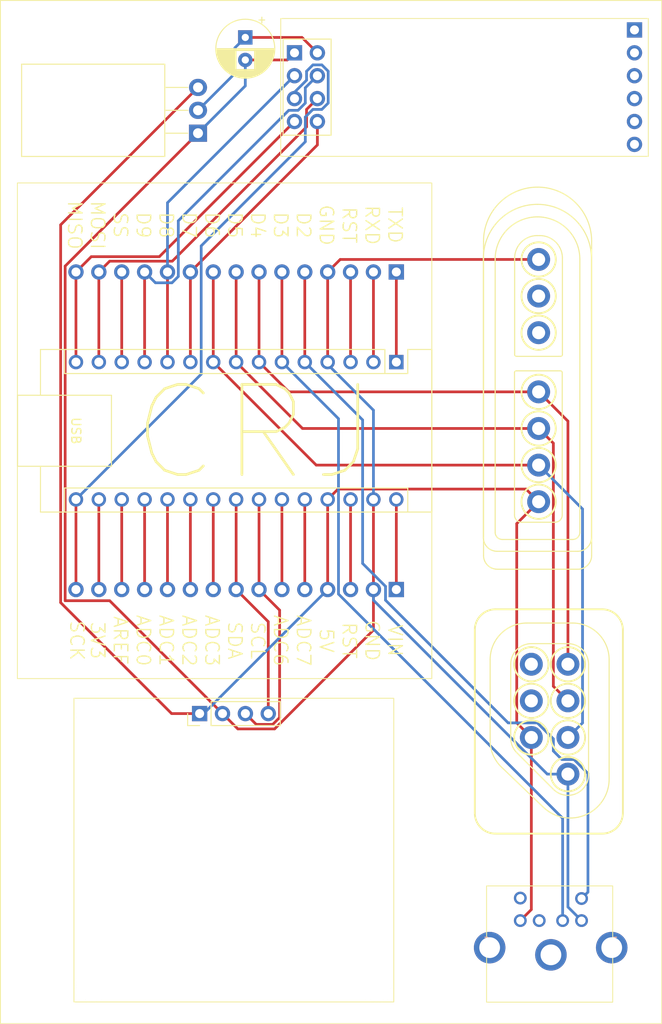
<source format=kicad_pcb>
(kicad_pcb (version 20240108) (generator "pcbnew") (generator_version "8.0")
  (layers (0 "F.Cu" signal) (31 "B.Cu" signal) (34 "B.Paste" user) (35 "F.Paste" user) (36 "B.SilkS" user "B.Silkscreen") (37 "F.SilkS" user "F.Silkscreen") (38 "B.Mask" user) (39 "F.Mask" user) (44 "Edge.Cuts" user))
  (net 0 "")
  (net 1 "Net-(A1-D5)")
  (net 2 "unconnected-(A1-D1{slash}TX-Pad1)")
  (net 3 "unconnected-(A1-VIN-Pad30)")
  (net 4 "unconnected-(A1-3V3-Pad17)")
  (net 5 "unconnected-(A1-A7-Pad26)")
  (net 6 "unconnected-(A1-AREF-Pad18)")
  (net 7 "unconnected-(A1-A3-Pad22)")
  (net 8 "unconnected-(A1-~{RESET}-Pad28)")
  (net 9 "unconnected-(A1-A1-Pad20)")
  (net 10 "unconnected-(A1-D0{slash}RX-Pad2)")
  (net 11 "unconnected-(A1-D10-Pad13)")
  (net 12 "unconnected-(A1-~{RESET}-Pad3)")
  (net 13 "Net-(3v3_regulator1-GND)")
  (net 14 "Net-(A1-D4)")
  (net 15 "unconnected-(A1-A2-Pad21)")
  (net 16 "unconnected-(A1-A6-Pad25)")
  (net 17 "Net-(A1-D6)")
  (net 18 "unconnected-(A1-A0-Pad19)")
  (net 19 "Net-(A1-D9)")
  (net 20 "Net-(A1-D7)")
  (net 21 "Net-(A1-A4)")
  (net 22 "Net-(A1-D8)")
  (net 23 "Net-(A1-D13)")
  (net 24 "Net-(A1-D12)")
  (net 25 "Net-(A1-D11)")
  (net 26 "Net-(A1-A5)")
  (net 27 "Net-(3v3_regulator1-VO)")
  (net 28 "Net-(3v3_regulator1-VI)")
  (net 29 "Net-(A1-D2)")
  (net 30 "Net-(A1-D3)")
  (footprint "Footprints_cez:1.3inch Oled screen" (layer "F.Cu") (at 124.814 98.614)
    (property "Reference" "Oled_screen1" (hide yes))
    (property "Value" "~")
    (pad "" np_thru_hole circle (at -16.002 8.128) (size 3.2 3.2) (drill 3.2) (layers "*.Cu" "*.Mask"))
    (pad "" np_thru_hole circle (at -16.002 38) (size 3.2 3.2) (drill 3.2) (layers "*.Cu" "*.Mask"))
    (pad "" np_thru_hole circle (at 15.748 8) (size 3.2 3.2) (drill 3.2) (layers "*.Cu" "*.Mask"))
    (pad "" np_thru_hole circle (at 15.748 38) (size 3.2 3.2) (drill 3.2) (layers "*.Cu" "*.Mask"))
    (pad "1" thru_hole rect (at -3.9 7.7 90) (size 1.7 1.7) (drill 1) (layers "*.Cu" "*.Mask") (net 28 "Net-(3v3_regulator1-VI)"))
    (pad "2" thru_hole oval (at -1.36 7.7 90) (size 1.7 1.7) (drill 1) (layers "*.Cu" "*.Mask") (net 13 "Net-(3v3_regulator1-GND)"))
    (pad "3" thru_hole oval (at 1.18 7.7 90) (size 1.7 1.7) (drill 1) (layers "*.Cu" "*.Mask") (net 26 "Net-(A1-A5)"))
    (pad "4" thru_hole oval (at 3.72 7.7 90) (size 1.7 1.7) (drill 1) (layers "*.Cu" "*.Mask") (net 21 "Net-(A1-A4)"))
  )
  (footprint "Footprints_cez:nes_controller" (layer "F.Cu") (at 169.234 106.338 -90)
    (property "Reference" "Nes1" (hide yes))
    (property "Value" "~" (hide yes))
    (pad "1" thru_hole circle (at 2.628 11.5 270) (size 2.54 2.54) (drill 1.4478) (layers "*.Cu" "*.Mask") (net 28 "Net-(3v3_regulator1-VI)"))
    (pad "2" thru_hole circle (at 2.628 7.436 270) (size 2.54 2.54) (drill 1.4478) (layers "*.Cu" "*.Mask") (net 17 "Net-(A1-D6)"))
    (pad "3" thru_hole circle (at -1.436 7.436 270) (size 2.54 2.54) (drill 1.4478) (layers "*.Cu" "*.Mask") (net 1 "Net-(A1-D5)"))
    (pad "4" thru_hole circle (at -5.5 7.436 270) (size 2.54 2.54) (drill 1.4478) (layers "*.Cu" "*.Mask") (net 14 "Net-(A1-D4)"))
    (pad "5" thru_hole circle (at -1.436 11.5 270) (size 2.54 2.54) (drill 1.4478) (layers "*.Cu" "*.Mask"))
    (pad "6" thru_hole circle (at -5.5 11.5 270) (size 2.54 2.54) (drill 1.4478) (layers "*.Cu" "*.Mask"))
    (pad "7" thru_hole circle (at 6.692 7.436 270) (size 2.54 2.54) (drill 1.4478) (layers "*.Cu" "*.Mask") (net 13 "Net-(3v3_regulator1-GND)"))
  )
  (footprint "Footprints_cez:Arduino nano breakout" (layer "F.Cu") (at 142.748 67.31 -90)
    (property "Reference" "A1" (hide yes))
    (property "Value" "Arduino_Nano_v3.x")
    (fp_text user "VIN" (at 29.011571 1.016 -90) (layer "F.SilkS") (effects (font (size 1.5 1.5)) (justify left bottom)))
    (fp_text user "GND" (at 28.511571 3.556 -90) (layer "F.SilkS") (effects (font (size 1.5 1.5)) (justify left bottom)))
    (fp_text user "ADC3" (at 27.940143 21.336 -90) (layer "F.SilkS") (effects (font (size 1.5 1.5)) (justify left bottom)))
    (fp_text user "D3" (at -16.763857 13.716 -90) (layer "F.SilkS") (effects (font (size 1.5 1.5)) (justify left bottom)))
    (fp_text user "RST" (at 28.761571 6.096 -90) (layer "F.SilkS") (effects (font (size 1.5 1.5)) (justify left bottom)))
    (fp_text user "ADC0" (at 27.940143 28.956 -90) (layer "F.SilkS") (effects (font (size 1.5 1.5)) (justify left bottom)))
    (fp_text user "TXD" (at -17.335286 1.016 -90) (layer "F.SilkS") (effects (font (size 1.5 1.5)) (justify left bottom)))
    (fp_text user "SCK" (at 28.583 36.322 -90) (layer "F.SilkS") (effects (font (size 1.5 1.5)) (justify left bottom)))
    (fp_text user "D4" (at -16.763857 16.256 -90) (layer "F.SilkS") (effects (font (size 1.5 1.5)) (justify left bottom)))
    (fp_text user "SCL" (at 28.725857 16.256 -90) (layer "F.SilkS") (effects (font (size 1.5 1.5)) (justify left bottom)))
    (fp_text user "SDA" (at 28.690143 18.796 -90) (layer "F.SilkS") (effects (font (size 1.5 1.5)) (justify left bottom)))
    (fp_text user "5V" (at 29.440143 8.636 -90) (layer "F.SilkS") (effects (font (size 1.5 1.5)) (justify left bottom)))
    (fp_text user "GND" (at -17.585286 8.636 -90) (layer "F.SilkS") (effects (font (size 1.5 1.5)) (justify left bottom)))
    (fp_text user "D8\n" (at -16.763857 26.416 -90) (layer "F.SilkS") (effects (font (size 1.5 1.5)) (justify left bottom)))
    (fp_text user "3V3" (at 28.725857 34.036 -90) (layer "F.SilkS") (effects (font (size 1.5 1.5)) (justify left bottom)))
    (fp_text user "ADC6" (at 27.940143 13.716 -90) (layer "F.SilkS") (effects (font (size 1.5 1.5)) (justify left bottom)))
    (fp_text user "D6\n" (at -16.763857 21.336 -90) (layer "F.SilkS") (effects (font (size 1.5 1.5)) (justify left bottom)))
    (fp_text user "USB" (at 7.62 35.56 -90) (layer "F.SilkS"))
    (fp_text user "MOSI" (at -18.013858 34.036 -90) (layer "F.SilkS") (effects (font (size 1.5 1.5)) (justify left bottom)))
    (fp_text user "MISO" (at -18.013858 36.576 -90) (layer "F.SilkS") (effects (font (size 1.5 1.5)) (justify left bottom)))
    (fp_text user "D2" (at -16.763857 11.176 -90) (layer "F.SilkS") (effects (font (size 1.5 1.5)) (justify left bottom)))
    (fp_text user "ADC2" (at 27.940143 23.876 -90) (layer "F.SilkS") (effects (font (size 1.5 1.5)) (justify left bottom)))
    (fp_text user "ADC1\n" (at 27.940143 26.416 -90) (layer "F.SilkS") (effects (font (size 1.5 1.5)) (justify left bottom)))
    (fp_text user "ADC7" (at 27.940143 11.176 -90) (layer "F.SilkS") (effects (font (size 1.5 1.5)) (justify left bottom)))
    (fp_text user "D7\n" (at -16.763857 23.876 -90) (layer "F.SilkS") (effects (font (size 1.5 1.5)) (justify left bottom)))
    (fp_text user "D9\n" (at -16.763857 28.956 -90) (layer "F.SilkS") (effects (font (size 1.5 1.5)) (justify left bottom)))
    (fp_text user "AREF" (at 28.083 31.496 -90) (layer "F.SilkS") (effects (font (size 1.5 1.5)) (justify left bottom)))
    (fp_text user "RST" (at -17.335286 6.096 -90) (layer "F.SilkS") (effects (font (size 1.5 1.5)) (justify left bottom)))
    (fp_text user "SS" (at -16.728143 31.496 -90) (layer "F.SilkS") (effects (font (size 1.5 1.5)) (justify left bottom)))
    (fp_text user "RXD" (at -17.513857 3.556 -90) (layer "F.SilkS") (effects (font (size 1.5 1.5)) (justify left bottom)))
    (fp_text user "D5\n" (at -16.763857 18.796 -90) (layer "F.SilkS") (effects (font (size 1.5 1.5)) (justify left bottom)))
    (pad "1" thru_hole rect (at -9.999857 0 270) (size 1.7 1.7) (drill 1) (layers "*.Cu" "*.Mask") (net 2 "unconnected-(A1-D1{slash}TX-Pad1)"))
    (pad "1" thru_hole rect (at 0 0 270) (size 1.6 1.6) (drill 1) (layers "*.Cu" "*.Mask") (net 2 "unconnected-(A1-D1{slash}TX-Pad1)"))
    (pad "2" thru_hole oval (at -9.999857 2.54 270) (size 1.7 1.7) (drill 1) (layers "*.Cu" "*.Mask") (net 10 "unconnected-(A1-D0{slash}RX-Pad2)"))
    (pad "2" thru_hole oval (at 0 2.54 270) (size 1.6 1.6) (drill 1) (layers "*.Cu" "*.Mask") (net 10 "unconnected-(A1-D0{slash}RX-Pad2)"))
    (pad "3" thru_hole oval (at -9.999857 5.08 270) (size 1.7 1.7) (drill 1) (layers "*.Cu" "*.Mask") (net 12 "unconnected-(A1-~{RESET}-Pad3)"))
    (pad "3" thru_hole oval (at 0 5.08 270) (size 1.6 1.6) (drill 1) (layers "*.Cu" "*.Mask") (net 12 "unconnected-(A1-~{RESET}-Pad3)"))
    (pad "4" thru_hole oval (at -9.999857 7.62 270) (size 1.7 1.7) (drill 1) (layers "*.Cu" "*.Mask") (net 13 "Net-(3v3_regulator1-GND)"))
    (pad "4" thru_hole oval (at 0 7.62 270) (size 1.6 1.6) (drill 1) (layers "*.Cu" "*.Mask") (net 13 "Net-(3v3_regulator1-GND)"))
    (pad "5" thru_hole oval (at -9.999857 10.16 270) (size 1.7 1.7) (drill 1) (layers "*.Cu" "*.Mask") (net 29 "Net-(A1-D2)"))
    (pad "5" thru_hole oval (at 0 10.16 270) (size 1.6 1.6) (drill 1) (layers "*.Cu" "*.Mask") (net 29 "Net-(A1-D2)"))
    (pad "6" thru_hole oval (at -9.999857 12.7 270) (size 1.7 1.7) (drill 1) (layers "*.Cu" "*.Mask") (net 30 "Net-(A1-D3)"))
    (pad "6" thru_hole oval (at 0 12.7 270) (size 1.6 1.6) (drill 1) (layers "*.Cu" "*.Mask") (net 30 "Net-(A1-D3)"))
    (pad "7" thru_hole oval (at -9.999857 15.24 270) (size 1.7 1.7) (drill 1) (layers "*.Cu" "*.Mask") (net 14 "Net-(A1-D4)"))
    (pad "7" thru_hole oval (at 0 15.24 270) (size 1.6 1.6) (drill 1) (layers "*.Cu" "*.Mask") (net 14 "Net-(A1-D4)"))
    (pad "8" thru_hole oval (at -9.999857 17.78 270) (size 1.7 1.7) (drill 1) (layers "*.Cu" "*.Mask") (net 1 "Net-(A1-D5)"))
    (pad "8" thru_hole oval (at 0 17.78 270) (size 1.6 1.6) (drill 1) (layers "*.Cu" "*.Mask") (net 1 "Net-(A1-D5)"))
    (pad "9" thru_hole oval (at -9.999857 20.32 270) (size 1.7 1.7) (drill 1) (layers "*.Cu" "*.Mask") (net 17 "Net-(A1-D6)"))
    (pad "9" thru_hole oval (at 0 20.32 270) (size 1.6 1.6) (drill 1) (layers "*.Cu" "*.Mask") (net 17 "Net-(A1-D6)"))
    (pad "10" thru_hole oval (at -9.999857 22.86 270) (size 1.7 1.7) (drill 1) (layers "*.Cu" "*.Mask") (net 20 "Net-(A1-D7)"))
    (pad "10" thru_hole oval (at 0 22.86 270) (size 1.6 1.6) (drill 1) (layers "*.Cu" "*.Mask") (net 20 "Net-(A1-D7)"))
    (pad "11" thru_hole oval (at -9.999857 25.4 270) (size 1.7 1.7) (drill 1) (layers "*.Cu" "*.Mask") (net 22 "Net-(A1-D8)"))
    (pad "11" thru_hole oval (at 0 25.4 270) (size 1.6 1.6) (drill 1) (layers "*.Cu" "*.Mask") (net 22 "Net-(A1-D8)"))
    (pad "12" thru_hole oval (at -9.999857 27.94 270) (size 1.7 1.7) (drill 1) (layers "*.Cu" "*.Mask") (net 19 "Net-(A1-D9)"))
    (pad "12" thru_hole oval (at 0 27.94 270) (size 1.6 1.6) (drill 1) (layers "*.Cu" "*.Mask") (net 19 "Net-(A1-D9)"))
    (pad "13" thru_hole oval (at -9.999857 30.48 270) (size 1.7 1.7) (drill 1) (layers "*.Cu" "*.Mask") (net 11 "unconnected-(A1-D10-Pad13)"))
    (pad "13" thru_hole oval (at 0 30.48 270) (size 1.6 1.6) (drill 1) (layers "*.Cu" "*.Mask") (net 11 "unconnected-(A1-D10-Pad13)"))
    (pad "14" thru_hole oval (at -9.999857 33.02 270) (size 1.7 1.7) (drill 1) (layers "*.Cu" "*.Mask") (net 25 "Net-(A1-D11)"))
    (pad "14" thru_hole oval (at 0 33.02 270) (size 1.6 1.6) (drill 1) (layers "*.Cu" "*.Mask") (net 25 "Net-(A1-D11)"))
    (pad "15" thru_hole oval (at -9.999857 35.56 270) (size 1.7 1.7) (drill 1) (layers "*.Cu" "*.Mask") (net 24 "Net-(A1-D12)"))
    (pad "15" thru_hole oval (at 0 35.56 270) (size 1.6 1.6) (drill 1) (layers "*.Cu" "*.Mask") (net 24 "Net-(A1-D12)"))
    (pad "16" thru_hole oval (at 15.24 35.56 270) (size 1.6 1.6) (drill 1) (layers "*.Cu" "*.Mask") (net 23 "Net-(A1-D13)"))
    (pad "16" thru_hole oval (at 25.240143 35.56 270) (size 1.7 1.7) (drill 1) (layers "*.Cu" "*.Mask") (net 23 "Net-(A1-D13)"))
    (pad "17" thru_hole oval (at 15.24 33.02 270) (size 1.6 1.6) (drill 1) (layers "*.Cu" "*.Mask") (net 4 "unconnected-(A1-3V3-Pad17)"))
    (pad "17" thru_hole oval (at 25.240143 33.02 270) (size 1.7 1.7) (drill 1) (layers "*.Cu" "*.Mask") (net 4 "unconnected-(A1-3V3-Pad17)"))
    (pad "18" thru_hole oval (at 15.24 30.48 270) (size 1.6 1.6) (drill 1) (layers "*.Cu" "*.Mask") (net 6 "unconnected-(A1-AREF-Pad18)"))
    (pad "18" thru_hole oval (at 25.240143 30.48 270) (size 1.7 1.7) (drill 1) (layers "*.Cu" "*.Mask") (net 6 "unconnected-(A1-AREF-Pad18)"))
    (pad "19" thru_hole oval (at 15.24 27.94 270) (size 1.6 1.6) (drill 1) (layers "*.Cu" "*.Mask") (net 18 "unconnected-(A1-A0-Pad19)"))
    (pad "19" thru_hole oval (at 25.240143 27.94 270) (size 1.7 1.7) (drill 1) (layers "*.Cu" "*.Mask") (net 18 "unconnected-(A1-A0-Pad19)"))
    (pad "20" thru_hole oval (at 15.24 25.4 270) (size 1.6 1.6) (drill 1) (layers "*.Cu" "*.Mask") (net 9 "unconnected-(A1-A1-Pad20)"))
    (pad "20" thru_hole oval (at 25.240143 25.4 270) (size 1.7 1.7) (drill 1) (layers "*.Cu" "*.Mask") (net 9 "unconnected-(A1-A1-Pad20)"))
    (pad "21" thru_hole oval (at 15.24 22.86 270) (size 1.6 1.6) (drill 1) (layers "*.Cu" "*.Mask") (net 15 "unconnected-(A1-A2-Pad21)"))
    (pad "21" thru_hole oval (at 25.240143 22.86 270) (size 1.7 1.7) (drill 1) (layers "*.Cu" "*.Mask") (net 15 "unconnected-(A1-A2-Pad21)"))
    (pad "22" thru_hole oval (at 15.24 20.32 270) (size 1.6 1.6) (drill 1) (layers "*.Cu" "*.Mask") (net 7 "unconnected-(A1-A3-Pad22)"))
    (pad "22" thru_hole oval (at 25.240143 20.32 270) (size 1.7 1.7) (drill 1) (layers "*.Cu" "*.Mask") (net 7 "unconnected-(A1-A3-Pad22)"))
    (pad "23" thru_hole oval (at 15.24 17.78 270) (size 1.6 1.6) (drill 1) (layers "*.Cu" "*.Mask") (net 21 "Net-(A1-A4)"))
    (pad "23" thru_hole oval (at 25.240143 17.78 270) (size 1.7 1.7) (drill 1) (layers "*.Cu" "*.Mask") (net 21 "Net-(A1-A4)"))
    (pad "24" thru_hole oval (at 15.24 15.24 270) (size 1.6 1.6) (drill 1) (layers "*.Cu" "*.Mask") (net 26 "Net-(A1-A5)"))
    (pad "24" thru_hole oval (at 25.240143 15.24 270) (size 1.7 1.7) (drill 1) (layers "*.Cu" "*.Mask") (net 26 "Net-(A1-A5)"))
    (pad "25" thru_hole oval (at 15.24 12.7 270) (size 1.6 1.6) (drill 1) (layers "*.Cu" "*.Mask") (net 16 "unconnected-(A1-A6-Pad25)"))
    (pad "25" thru_hole oval (at 25.240143 12.7 270) (size 1.7 1.7) (drill 1) (layers "*.Cu" "*.Mask") (net 16 "unconnected-(A1-A6-Pad25)"))
    (pad "26" thru_hole oval (at 15.24 10.16 270) (size 1.6 1.6) (drill 1) (layers "*.Cu" "*.Mask") (net 5 "unconnected-(A1-A7-Pad26)"))
    (pad "26" thru_hole oval (at 25.240143 10.16 270) (size 1.7 1.7) (drill 1) (layers "*.Cu" "*.Mask") (net 5 "unconnected-(A1-A7-Pad26)"))
    (pad "27" thru_hole oval (at 15.24 7.62 270) (size 1.6 1.6) (drill 1) (layers "*.Cu" "*.Mask") (net 28 "Net-(3v3_regulator1-VI)"))
    (pad "27" thru_hole oval (at 25.240143 7.62 270) (size 1.7 1.7) (drill 1) (layers "*.Cu" "*.Mask") (net 28 "Net-(3v3_regulator1-VI)"))
    (pad "28" thru_hole oval (at 15.24 5.08 270) (size 1.6 1.6) (drill 1) (layers "*.Cu" "*.Mask") (net 8 "unconnected-(A1-~{RESET}-Pad28)"))
    (pad "28" thru_hole oval (at 25.240143 5.08 270) (size 1.7 1.7) (drill 1) (layers "*.Cu" "*.Mask") (net 8 "unconnected-(A1-~{RESET}-Pad28)"))
    (pad "29" thru_hole oval (at 15.24 2.54 270) (size 1.6 1.6) (drill 1) (layers "*.Cu" "*.Mask") (net 13 "Net-(3v3_regulator1-GND)"))
    (pad "29" thru_hole oval (at 25.240143 2.54 270) (size 1.7 1.7) (drill 1) (layers "*.Cu" "*.Mask") (net 13 "Net-(3v3_regulator1-GND)"))
    (pad "30" thru_hole oval (at 15.24 0 270) (size 1.6 1.6) (drill 1) (layers "*.Cu" "*.Mask") (net 3 "unconnected-(A1-VIN-Pad30)"))
    (pad "30" thru_hole rect (at 25.240143 0 270) (size 1.7 1.7) (drill 1) (layers "*.Cu" "*.Mask") (net 3 "unconnected-(A1-VIN-Pad30)"))
  )
  (footprint "Capacitor_THT:CP_Radial_D6.3mm_P2.50mm" (layer "F.Cu") (at 125.984 31.282 -90)
    (property "Reference" "C1" (hide yes))
    (property "Value" "C_Polarized" (hide yes))
    (pad "1" thru_hole rect (at 0 0 270) (size 1.6 1.6) (drill 0.8) (layers "*.Cu" "*.Mask") (net 27 "Net-(3v3_regulator1-VO)"))
    (pad "2" thru_hole circle (at 2.5 0 270) (size 1.6 1.6) (drill 0.8) (layers "*.Cu" "*.Mask") (net 13 "Net-(3v3_regulator1-GND)"))
  )
  (footprint "Footprints_cez:snes_controller_v2" (layer "F.Cu") (at 151.6086 70.304 90)
    (property "Reference" "Snes1" (hide yes))
    (property "Value" "~" (hide yes))
    (pad "1" thru_hole circle (at -12.5 6.936 90) (size 2.54 2.54) (drill 1.4478) (layers "*.Cu" "*.Mask") (net 28 "Net-(3v3_regulator1-VI)"))
    (pad "2" thru_hole circle (at -8.436 6.936 90) (size 2.54 2.54) (drill 1.4478) (layers "*.Cu" "*.Mask") (net 17 "Net-(A1-D6)"))
    (pad "3" thru_hole circle (at -4.372 6.936 90) (size 2.54 2.54) (drill 1.4478) (layers "*.Cu" "*.Mask") (net 1 "Net-(A1-D5)"))
    (pad "4" thru_hole circle (at -0.308 6.936 90) (size 2.54 2.54) (drill 1.4478) (layers "*.Cu" "*.Mask") (net 14 "Net-(A1-D4)"))
    (pad "5" thru_hole circle (at 6.256 6.936 90) (size 2.54 2.54) (drill 1.4478) (layers "*.Cu" "*.Mask"))
    (pad "6" thru_hole circle (at 10.32 6.936 90) (size 2.54 2.54) (drill 1.4478) (layers "*.Cu" "*.Mask"))
    (pad "7" thru_hole circle (at 14.384 6.936 90) (size 2.54 2.54) (drill 1.4478) (layers "*.Cu" "*.Mask") (net 13 "Net-(3v3_regulator1-GND)"))
  )
  (footprint "Footprints_cez:nRF24L01_big" (layer "F.Cu") (at 131.445 32.99)
    (property "Reference" "NRF24" (hide yes))
    (property "Value" "NRF24L01_Breakout" (hide yes))
    (pad "0" thru_hole rect (at 37.738 -2.54) (size 1.7 1.7) (drill 1) (layers "*.Cu" "*.Mask"))
    (pad "0" thru_hole oval (at 37.738 0) (size 1.7 1.7) (drill 1) (layers "*.Cu" "*.Mask"))
    (pad "0" thru_hole oval (at 37.738 2.54) (size 1.7 1.7) (drill 1) (layers "*.Cu" "*.Mask"))
    (pad "0" thru_hole oval (at 37.738 5.08) (size 1.7 1.7) (drill 1) (layers "*.Cu" "*.Mask"))
    (pad "0" thru_hole oval (at 37.738 7.62) (size 1.7 1.7) (drill 1) (layers "*.Cu" "*.Mask"))
    (pad "0" thru_hole oval (at 37.738 10.16) (size 1.7 1.7) (drill 1) (layers "*.Cu" "*.Mask"))
    (pad "1" thru_hole rect (at 0 0) (size 1.7 1.7) (drill 1) (layers "*.Cu" "*.Mask") (net 13 "Net-(3v3_regulator1-GND)"))
    (pad "2" thru_hole circle (at 2.54 0) (size 1.7 1.7) (drill 1) (layers "*.Cu" "*.Mask") (net 27 "Net-(3v3_regulator1-VO)"))
    (pad "3" thru_hole circle (at 0 2.54) (size 1.7 1.7) (drill 1) (layers "*.Cu" "*.Mask") (net 22 "Net-(A1-D8)"))
    (pad "4" thru_hole circle (at 2.54 2.54) (size 1.7 1.7) (drill 1) (layers "*.Cu" "*.Mask") (net 19 "Net-(A1-D9)"))
    (pad "5" thru_hole circle (at 0 5.08) (size 1.7 1.7) (drill 1) (layers "*.Cu" "*.Mask") (net 23 "Net-(A1-D13)"))
    (pad "6" thru_hole circle (at 2.54 5.08) (size 1.7 1.7) (drill 1) (layers "*.Cu" "*.Mask") (net 25 "Net-(A1-D11)"))
    (pad "7" thru_hole circle (at 0 7.62) (size 1.7 1.7) (drill 1) (layers "*.Cu" "*.Mask") (net 24 "Net-(A1-D12)"))
    (pad "8" thru_hole circle (at 2.54 7.62) (size 1.7 1.7) (drill 1) (layers "*.Cu" "*.Mask") (net 20 "Net-(A1-D7)"))
  )
  (footprint "Package_TO_SOT_THT:TO-220-3_Horizontal_TabDown" (layer "F.Cu") (at 120.736 41.91 90)
    (property "Reference" "3v3_regulator1" (hide yes))
    (property "Value" "LD1117V33")
    (pad "" np_thru_hole oval (at 2.54 -16.66 90) (size 3.5 3.5) (drill 3.5) (layers "*.Cu" "*.Mask"))
    (pad "1" thru_hole rect (at 0 0 90) (size 1.905 2) (drill 1.1) (layers "*.Cu" "*.Mask") (net 13 "Net-(3v3_regulator1-GND)"))
    (pad "2" thru_hole oval (at 2.54 0 90) (size 1.905 2) (drill 1.1) (layers "*.Cu" "*.Mask") (net 27 "Net-(3v3_regulator1-VO)"))
    (pad "3" thru_hole oval (at 5.08 0 90) (size 1.905 2) (drill 1.1) (layers "*.Cu" "*.Mask") (net 28 "Net-(3v3_regulator1-VI)"))
  )
  (footprint "Footprints_cez:ps_2 connector" (layer "F.Cu") (at 159.9086 119.086)
    (property "Reference" "ps/2_connector1" (hide yes))
    (property "Value" "~" (hide yes))
    (pad "1" thru_hole circle (at -3.4 7.7 180) (size 1.4224 1.4224) (drill 0.9) (layers "*.Cu" "*.Mask"))
    (pad "2" thru_hole circle (at -3.4 10.2 180) (size 1.4224 1.4224) (drill 0.9) (layers "*.Cu" "*.Mask") (net 28 "Net-(3v3_regulator1-VI)"))
    (pad "3" thru_hole circle (at -1.3 10.2 180) (size 1.4224 1.4224) (drill 0.9) (layers "*.Cu" "*.Mask"))
    (pad "4" thru_hole circle (at 1.3 10.2 180) (size 1.4224 1.4224) (drill 0.9) (layers "*.Cu" "*.Mask") (net 30 "Net-(A1-D3)"))
    (pad "5" thru_hole circle (at 3.4 10.2 180) (size 1.4224 1.4224) (drill 0.9) (layers "*.Cu" "*.Mask") (net 13 "Net-(3v3_regulator1-GND)"))
    (pad "6" thru_hole oval (at 3.4 7.75 180) (size 1.4224 1.4224) (drill 0.9) (layers "*.Cu" "*.Mask") (net 29 "Net-(A1-D2)"))
    (pad "SH1" thru_hole circle (at -6.8 13.2 180) (size 3.5 3.5) (drill 2.3) (layers "*.Cu" "*.Mask"))
    (pad "SH2" thru_hole circle (at 0 14 180) (size 3.5 3.5) (drill 2.3) (layers "*.Cu" "*.Mask"))
    (pad "SH3" thru_hole circle (at 6.75 13.2 180) (size 3.5 3.5) (drill 2.3) (layers "*.Cu" "*.Mask"))
  )
  (gr_rect (start 98.806 27.178) (end 172.212 140.716) (stroke (width 0.1)) (fill none) (layer "F.SilkS"))
  (gr_text "CRJ" (at 113.03 81.026 0) (layer "F.SilkS") (effects (font (size 10 10) (thickness 0.3) (bold yes)) (justify left bottom)))
  (segment (start 160.178 103.282) (end 160.178 76.3094) (width 0.3) (layer "F.Cu") (net 1))
  (segment (start 132.334 74.676) (end 124.968 67.31) (width 0.3) (layer "F.Cu") (net 1))
  (segment (start 158.5446 74.676) (end 132.334 74.676) (width 0.3) (layer "F.Cu") (net 1))
  (segment (start 161.798 104.902) (end 160.178 103.282) (width 0.3) (layer "F.Cu") (net 1))
  (segment (start 124.968 57.310143) (end 124.968 67.31) (width 0.3) (layer "F.Cu") (net 1))
  (segment (start 160.178 76.3094) (end 158.5446 74.676) (width 0.3) (layer "F.Cu") (net 1))
  (segment (start 142.748 57.310143) (end 142.748 67.31) (width 0.3) (layer "F.Cu") (net 2))
  (segment (start 142.748 82.55) (end 142.748 92.550143) (width 0.3) (layer "F.Cu") (net 3))
  (segment (start 109.728 82.55) (end 109.728 92.550143) (width 0.3) (layer "F.Cu") (net 4))
  (segment (start 132.588 92.550143) (end 132.588 82.55) (width 0.3) (layer "F.Cu") (net 5))
  (segment (start 112.268 92.550143) (end 112.268 82.55) (width 0.3) (layer "F.Cu") (net 6))
  (segment (start 122.428 92.550143) (end 122.428 82.55) (width 0.3) (layer "F.Cu") (net 7))
  (segment (start 137.668 92.550143) (end 137.668 82.55) (width 0.3) (layer "F.Cu") (net 8))
  (segment (start 117.348 92.550143) (end 117.348 82.55) (width 0.3) (layer "F.Cu") (net 9))
  (segment (start 140.208 67.31) (end 140.208 57.310143) (width 0.3) (layer "F.Cu") (net 10))
  (segment (start 112.268 67.31) (end 112.268 57.310143) (width 0.3) (layer "F.Cu") (net 11))
  (segment (start 137.668 57.310143) (end 137.668 67.31) (width 0.3) (layer "F.Cu") (net 12))
  (segment (start 158.5446 55.92) (end 136.518143 55.92) (width 0.3) (layer "F.Cu") (net 13))
  (segment (start 125.984 33.782) (end 130.653 33.782) (width 0.3) (layer "F.Cu") (net 13))
  (segment (start 125.154 108.014) (end 129.238164 108.014) (width 0.3) (layer "F.Cu") (net 13))
  (segment (start 140.208 97.044164) (end 140.208 92.550143) (width 0.3) (layer "F.Cu") (net 13))
  (segment (start 140.208 82.55) (end 140.208 92.550143) (width 0.3) (layer "F.Cu") (net 13))
  (segment (start 136.518143 55.92) (end 135.128 57.310143) (width 0.3) (layer "F.Cu") (net 13))
  (segment (start 123.454 106.314) (end 125.154 108.014) (width 0.3) (layer "F.Cu") (net 13))
  (segment (start 120.736 41.91) (end 105.988 56.658) (width 0.3) (layer "F.Cu") (net 13))
  (segment (start 105.988 93.788) (end 110.928 93.788) (width 0.3) (layer "F.Cu") (net 13))
  (segment (start 130.653 33.782) (end 131.445 32.99) (width 0.3) (layer "F.Cu") (net 13))
  (segment (start 135.128 57.310143) (end 135.128 67.31) (width 0.3) (layer "F.Cu") (net 13))
  (segment (start 105.988 56.658) (end 105.988 93.788) (width 0.3) (layer "F.Cu") (net 13))
  (segment (start 110.928 93.788) (end 123.454 106.314) (width 0.3) (layer "F.Cu") (net 13))
  (segment (start 129.238164 108.014) (end 140.208 97.044164) (width 0.3) (layer "F.Cu") (net 13))
  (segment (start 161.798 127.7754) (end 163.3086 129.286) (width 0.3) (layer "B.Cu") (net 13))
  (segment (start 140.208 93.731026) (end 159.506974 113.03) (width 0.3) (layer "B.Cu") (net 13))
  (segment (start 140.208 93.731026) (end 140.208 92.550143) (width 0.3) (layer "B.Cu") (net 13))
  (segment (start 159.506974 113.03) (end 161.798 113.03) (width 0.3) (layer "B.Cu") (net 13))
  (segment (start 135.128 67.31) (end 135.128 67.564) (width 0.3) (layer "B.Cu") (net 13))
  (segment (start 161.798 113.03) (end 161.798 127.7754) (width 0.3) (layer "B.Cu") (net 13))
  (segment (start 120.736 41.91) (end 125.984 36.662) (width 0.3) (layer "B.Cu") (net 13))
  (segment (start 135.128 67.564) (end 140.208 72.644) (width 0.3) (layer "B.Cu") (net 13))
  (segment (start 125.984 36.662) (end 125.984 33.782) (width 0.3) (layer "B.Cu") (net 13))
  (segment (start 140.208 72.644) (end 140.208 82.55) (width 0.3) (layer "B.Cu") (net 13))
  (segment (start 161.798 100.838) (end 161.798 73.8654) (width 0.3) (layer "F.Cu") (net 14))
  (segment (start 130.81 70.612) (end 127.508 67.31) (width 0.3) (layer "F.Cu") (net 14))
  (segment (start 158.5446 70.612) (end 130.81 70.612) (width 0.3) (layer "F.Cu") (net 14))
  (segment (start 127.508 67.31) (end 127.508 57.310143) (width 0.3) (layer "F.Cu") (net 14))
  (segment (start 161.798 73.8654) (end 158.5446 70.612) (width 0.3) (layer "F.Cu") (net 14))
  (segment (start 119.888 82.55) (end 119.888 92.550143) (width 0.3) (layer "F.Cu") (net 15))
  (segment (start 130.048 82.55) (end 130.048 92.550143) (width 0.3) (layer "F.Cu") (net 16))
  (segment (start 158.5446 78.74) (end 133.858 78.74) (width 0.3) (layer "F.Cu") (net 17))
  (segment (start 133.858 78.74) (end 122.428 67.31) (width 0.3) (layer "F.Cu") (net 17))
  (segment (start 122.428 67.31) (end 122.428 57.310143) (width 0.3) (layer "F.Cu") (net 17))
  (segment (start 163.418 83.6134) (end 158.5446 78.74) (width 0.3) (layer "B.Cu") (net 17))
  (segment (start 163.418 107.346) (end 163.418 83.6134) (width 0.3) (layer "B.Cu") (net 17))
  (segment (start 161.798 108.966) (end 163.418 107.346) (width 0.3) (layer "B.Cu") (net 17))
  (segment (start 114.808 82.55) (end 114.808 92.550143) (width 0.3) (layer "F.Cu") (net 18))
  (segment (start 114.808 57.310143) (end 114.808 67.31) (width 0.3) (layer "F.Cu") (net 19))
  (segment (start 116.008 58.510143) (end 114.808 57.310143) (width 0.3) (layer "B.Cu") (net 19))
  (segment (start 118.548 51.632) (end 118.548 57.8072) (width 0.3) (layer "B.Cu") (net 19))
  (segment (start 117.845057 58.510143) (end 116.008 58.510143) (width 0.3) (layer "B.Cu") (net 19))
  (segment (start 132.645 38.567057) (end 131.842057 39.37) (width 0.3) (layer "B.Cu") (net 19))
  (segment (start 131.842057 39.37) (end 130.81 39.37) (width 0.3) (layer "B.Cu") (net 19))
  (segment (start 130.81 39.37) (end 118.548 51.632) (width 0.3) (layer "B.Cu") (net 19))
  (segment (start 133.985 35.53) (end 132.645 36.87) (width 0.3) (layer "B.Cu") (net 19))
  (segment (start 118.548 57.8072) (end 117.845057 58.510143) (width 0.3) (layer "B.Cu") (net 19))
  (segment (start 132.645 36.87) (end 132.645 38.567057) (width 0.3) (layer "B.Cu") (net 19))
  (segment (start 133.985 40.61) (end 133.985 43.213143) (width 0.3) (layer "F.Cu") (net 20))
  (segment (start 133.985 43.213143) (end 119.888 57.310143) (width 0.3) (layer "F.Cu") (net 20))
  (segment (start 119.888 57.310143) (end 119.888 67.31) (width 0.3) (layer "F.Cu") (net 20))
  (segment (start 128.534 96.116143) (end 124.968 92.550143) (width 0.3) (layer "F.Cu") (net 21))
  (segment (start 124.968 82.55) (end 124.968 92.550143) (width 0.3) (layer "F.Cu") (net 21))
  (segment (start 128.534 106.314) (end 128.534 96.116143) (width 0.3) (layer "F.Cu") (net 21))
  (segment (start 117.348 67.31) (end 117.348 57.310143) (width 0.3) (layer "F.Cu") (net 22))
  (segment (start 131.445 35.53) (end 117.348 49.627) (width 0.3) (layer "B.Cu") (net 22))
  (segment (start 117.348 49.627) (end 117.348 57.310143) (width 0.3) (layer "B.Cu") (net 22))
  (segment (start 107.188 92.550143) (end 107.188 82.55) (width 0.3) (layer "F.Cu") (net 23))
  (segment (start 121.088 68.65) (end 107.188 82.55) (width 0.3) (layer "B.Cu") (net 23))
  (segment (start 131.445 38.07) (end 131.445 37.362894) (width 0.3) (layer "B.Cu") (net 23))
  (segment (start 132.645 40.112943) (end 132.645 42.856086) (width 0.3) (layer "B.Cu") (net 23))
  (segment (start 135.185 38.567057) (end 134.482057 39.27) (width 0.3) (layer "B.Cu") (net 23))
  (segment (start 121.088 54.413086) (end 121.088 68.65) (width 0.3) (layer "B.Cu") (net 23))
  (segment (start 131.445 37.362894) (end 132.785 36.022894) (width 0.3) (layer "B.Cu") (net 23))
  (segment (start 135.185 35.032943) (end 135.185 38.567057) (width 0.3) (layer "B.Cu") (net 23))
  (segment (start 132.785 36.022894) (end 132.785 35.032943) (width 0.3) (layer "B.Cu") (net 23))
  (segment (start 132.645 42.856086) (end 121.088 54.413086) (width 0.3) (layer "B.Cu") (net 23))
  (segment (start 132.785 35.032943) (end 133.487943 34.33) (width 0.3) (layer "B.Cu") (net 23))
  (segment (start 134.482057 39.27) (end 133.487943 39.27) (width 0.3) (layer "B.Cu") (net 23))
  (segment (start 133.487943 39.27) (end 132.645 40.112943) (width 0.3) (layer "B.Cu") (net 23))
  (segment (start 134.482057 34.33) (end 135.185 35.032943) (width 0.3) (layer "B.Cu") (net 23))
  (segment (start 133.487943 34.33) (end 134.482057 34.33) (width 0.3) (layer "B.Cu") (net 23))
  (segment (start 107.188 57.310143) (end 107.188 67.31) (width 0.3) (layer "F.Cu") (net 24))
  (segment (start 116.444857 55.610143) (end 131.445 40.61) (width 0.3) (layer "F.Cu") (net 24))
  (segment (start 107.188 57.310143) (end 108.888 55.610143) (width 0.3) (layer "F.Cu") (net 24))
  (segment (start 108.888 55.610143) (end 116.444857 55.610143) (width 0.3) (layer "F.Cu") (net 24))
  (segment (start 133.985 38.07) (end 132.785 39.27) (width 0.3) (layer "F.Cu") (net 25))
  (segment (start 110.928 56.110143) (end 109.728 57.310143) (width 0.3) (layer "F.Cu") (net 25))
  (segment (start 117.879857 56.110143) (end 110.928 56.110143) (width 0.3) (layer "F.Cu") (net 25))
  (segment (start 132.785 41.205) (end 117.879857 56.110143) (width 0.3) (layer "F.Cu") (net 25))
  (segment (start 109.728 57.310143) (end 109.728 67.31) (width 0.3) (layer "F.Cu") (net 25))
  (segment (start 132.785 39.27) (end 132.785 41.205) (width 0.3) (layer "F.Cu") (net 25))
  (segment (start 129.794 106.751057) (end 129.794 94.836143) (width 0.3) (layer "F.Cu") (net 26))
  (segment (start 125.994 106.314) (end 127.194 107.514) (width 0.3) (layer "F.Cu") (net 26))
  (segment (start 129.794 94.836143) (end 127.508 92.550143) (width 0.3) (layer "F.Cu") (net 26))
  (segment (start 127.508 92.550143) (end 127.508 82.55) (width 0.3) (layer "F.Cu") (net 26))
  (segment (start 129.031057 107.514) (end 129.794 106.751057) (width 0.3) (layer "F.Cu") (net 26))
  (segment (start 127.194 107.514) (end 129.031057 107.514) (width 0.3) (layer "F.Cu") (net 26))
  (segment (start 125.984 31.282) (end 132.277 31.282) (width 0.3) (layer "F.Cu") (net 27))
  (segment (start 132.277 31.282) (end 133.985 32.99) (width 0.3) (layer "F.Cu") (net 27))
  (segment (start 124.834 32.432) (end 125.984 31.282) (width 0.3) (layer "B.Cu") (net 27))
  (segment (start 120.736 39.37) (end 124.834 35.272) (width 0.3) (layer "B.Cu") (net 27))
  (segment (start 124.834 35.272) (end 124.834 32.432) (width 0.3) (layer "B.Cu") (net 27))
  (segment (start 156.5086 129.286) (end 157.734 128.0606) (width 0.3) (layer "F.Cu") (net 28))
  (segment (start 105.488 52.078) (end 105.488 93.995107) (width 0.3) (layer "F.Cu") (net 28))
  (segment (start 120.736 36.83) (end 105.488 52.078) (width 0.3) (layer "F.Cu") (net 28))
  (segment (start 136.278 81.4) (end 135.128 82.55) (width 0.3) (layer "F.Cu") (net 28))
  (segment (start 105.488 93.995107) (end 117.806893 106.314) (width 0.3) (layer "F.Cu") (net 28))
  (segment (start 135.128 82.55) (end 135.128 92.550143) (width 0.3) (layer "F.Cu") (net 28))
  (segment (start 158.5446 82.804) (end 157.1406 81.4) (width 0.3) (layer "F.Cu") (net 28))
  (segment (start 157.734 128.0606) (end 157.734 108.966) (width 0.3) (layer "F.Cu") (net 28))
  (segment (start 157.734 108.966) (end 156.114 107.346) (width 0.3) (layer "F.Cu") (net 28))
  (segment (start 117.806893 106.314) (end 120.914 106.314) (width 0.3) (layer "F.Cu") (net 28))
  (segment (start 156.114 85.2346) (end 158.5446 82.804) (width 0.3) (layer "F.Cu") (net 28))
  (segment (start 156.114 107.346) (end 156.114 85.2346) (width 0.3) (layer "F.Cu") (net 28))
  (segment (start 157.1406 81.4) (end 136.278 81.4) (width 0.3) (layer "F.Cu") (net 28))
  (segment (start 121.364143 106.314) (end 135.128 92.550143) (width 0.3) (layer "B.Cu") (net 28))
  (segment (start 120.914 106.314) (end 121.364143 106.314) (width 0.3) (layer "B.Cu") (net 28))
  (segment (start 132.588 67.31) (end 132.588 57.310143) (width 0.3) (layer "F.Cu") (net 29))
  (segment (start 164.0198 112.960774) (end 164.0198 126.1248) (width 0.3) (layer "B.Cu") (net 29))
  (segment (start 141.548 93.728974) (end 155.165026 107.346) (width 0.3) (layer "B.Cu") (net 29))
  (segment (start 139.008 89.653086) (end 141.548 92.193086) (width 0.3) (layer "B.Cu") (net 29))
  (segment (start 132.588 67.31) (end 139.008 73.73) (width 0.3) (layer "B.Cu") (net 29))
  (segment (start 158.405026 107.346) (end 160.178 109.118974) (width 0.3) (layer "B.Cu") (net 29))
  (segment (start 160.178 110.461026) (end 161.126974 111.41) (width 0.3) (layer "B.Cu") (net 29))
  (segment (start 162.469026 111.41) (end 164.0198 112.960774) (width 0.3) (layer "B.Cu") (net 29))
  (segment (start 139.008 73.73) (end 139.008 89.653086) (width 0.3) (layer "B.Cu") (net 29))
  (segment (start 141.548 92.193086) (end 141.548 93.728974) (width 0.3) (layer "B.Cu") (net 29))
  (segment (start 161.126974 111.41) (end 162.469026 111.41) (width 0.3) (layer "B.Cu") (net 29))
  (segment (start 164.0198 126.1248) (end 163.3086 126.836) (width 0.3) (layer "B.Cu") (net 29))
  (segment (start 160.178 109.118974) (end 160.178 110.461026) (width 0.3) (layer "B.Cu") (net 29))
  (segment (start 155.165026 107.346) (end 158.405026 107.346) (width 0.3) (layer "B.Cu") (net 29))
  (segment (start 130.048 57.310143) (end 130.048 67.31) (width 0.3) (layer "F.Cu") (net 30))
  (segment (start 161.2086 117.9278) (end 136.328 93.0472) (width 0.3) (layer "B.Cu") (net 30))
  (segment (start 136.328 93.0472) (end 136.328 73.59) (width 0.3) (layer "B.Cu") (net 30))
  (segment (start 161.2086 129.286) (end 161.2086 117.9278) (width 0.3) (layer "B.Cu") (net 30))
  (segment (start 136.328 73.59) (end 130.048 67.31) (width 0.3) (layer "B.Cu") (net 30))
)
</source>
